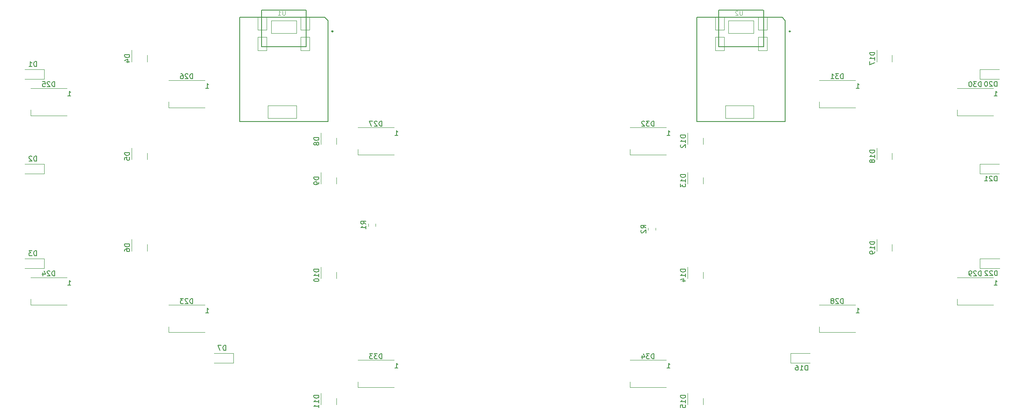
<source format=gbo>
%TF.GenerationSoftware,KiCad,Pcbnew,(5.99.0-13276-g0b59246279)*%
%TF.CreationDate,2021-11-22T01:28:44-07:00*%
%TF.ProjectId,sui,7375692e-6b69-4636-9164-5f7063625858,1*%
%TF.SameCoordinates,Original*%
%TF.FileFunction,Legend,Bot*%
%TF.FilePolarity,Positive*%
%FSLAX46Y46*%
G04 Gerber Fmt 4.6, Leading zero omitted, Abs format (unit mm)*
G04 Created by KiCad (PCBNEW (5.99.0-13276-g0b59246279)) date 2021-11-22 01:28:44*
%MOMM*%
%LPD*%
G01*
G04 APERTURE LIST*
%ADD10C,0.150000*%
%ADD11C,0.101600*%
%ADD12C,0.120000*%
%ADD13C,0.066040*%
%ADD14C,0.127000*%
%ADD15C,0.254000*%
G04 APERTURE END LIST*
D10*
%TO.C,D2*%
X54713095Y-75446130D02*
X54713095Y-74446130D01*
X54475000Y-74446130D01*
X54332142Y-74493750D01*
X54236904Y-74588988D01*
X54189285Y-74684226D01*
X54141666Y-74874702D01*
X54141666Y-75017559D01*
X54189285Y-75208035D01*
X54236904Y-75303273D01*
X54332142Y-75398511D01*
X54475000Y-75446130D01*
X54713095Y-75446130D01*
X53760714Y-74541369D02*
X53713095Y-74493750D01*
X53617857Y-74446130D01*
X53379761Y-74446130D01*
X53284523Y-74493750D01*
X53236904Y-74541369D01*
X53189285Y-74636607D01*
X53189285Y-74731845D01*
X53236904Y-74874702D01*
X53808333Y-75446130D01*
X53189285Y-75446130D01*
%TO.C,D33*%
X124245535Y-115221130D02*
X124245535Y-114221130D01*
X124007440Y-114221130D01*
X123864583Y-114268750D01*
X123769345Y-114363988D01*
X123721726Y-114459226D01*
X123674107Y-114649702D01*
X123674107Y-114792559D01*
X123721726Y-114983035D01*
X123769345Y-115078273D01*
X123864583Y-115173511D01*
X124007440Y-115221130D01*
X124245535Y-115221130D01*
X123340773Y-114221130D02*
X122721726Y-114221130D01*
X123055059Y-114602083D01*
X122912202Y-114602083D01*
X122816964Y-114649702D01*
X122769345Y-114697321D01*
X122721726Y-114792559D01*
X122721726Y-115030654D01*
X122769345Y-115125892D01*
X122816964Y-115173511D01*
X122912202Y-115221130D01*
X123197916Y-115221130D01*
X123293154Y-115173511D01*
X123340773Y-115125892D01*
X122388392Y-114221130D02*
X121769345Y-114221130D01*
X122102678Y-114602083D01*
X121959821Y-114602083D01*
X121864583Y-114649702D01*
X121816964Y-114697321D01*
X121769345Y-114792559D01*
X121769345Y-115030654D01*
X121816964Y-115125892D01*
X121864583Y-115173511D01*
X121959821Y-115221130D01*
X122245535Y-115221130D01*
X122340773Y-115173511D01*
X122388392Y-115125892D01*
X126895535Y-117121130D02*
X127466964Y-117121130D01*
X127181250Y-117121130D02*
X127181250Y-116121130D01*
X127276488Y-116263988D01*
X127371726Y-116359226D01*
X127466964Y-116406845D01*
%TO.C,D27*%
X124245535Y-68389880D02*
X124245535Y-67389880D01*
X124007440Y-67389880D01*
X123864583Y-67437500D01*
X123769345Y-67532738D01*
X123721726Y-67627976D01*
X123674107Y-67818452D01*
X123674107Y-67961309D01*
X123721726Y-68151785D01*
X123769345Y-68247023D01*
X123864583Y-68342261D01*
X124007440Y-68389880D01*
X124245535Y-68389880D01*
X123293154Y-67485119D02*
X123245535Y-67437500D01*
X123150297Y-67389880D01*
X122912202Y-67389880D01*
X122816964Y-67437500D01*
X122769345Y-67485119D01*
X122721726Y-67580357D01*
X122721726Y-67675595D01*
X122769345Y-67818452D01*
X123340773Y-68389880D01*
X122721726Y-68389880D01*
X122388392Y-67389880D02*
X121721726Y-67389880D01*
X122150297Y-68389880D01*
X126895535Y-70289880D02*
X127466964Y-70289880D01*
X127181250Y-70289880D02*
X127181250Y-69289880D01*
X127276488Y-69432738D01*
X127371726Y-69527976D01*
X127466964Y-69575595D01*
%TO.C,D22*%
X248133035Y-98496130D02*
X248133035Y-97496130D01*
X247894940Y-97496130D01*
X247752083Y-97543750D01*
X247656845Y-97638988D01*
X247609226Y-97734226D01*
X247561607Y-97924702D01*
X247561607Y-98067559D01*
X247609226Y-98258035D01*
X247656845Y-98353273D01*
X247752083Y-98448511D01*
X247894940Y-98496130D01*
X248133035Y-98496130D01*
X247180654Y-97591369D02*
X247133035Y-97543750D01*
X247037797Y-97496130D01*
X246799702Y-97496130D01*
X246704464Y-97543750D01*
X246656845Y-97591369D01*
X246609226Y-97686607D01*
X246609226Y-97781845D01*
X246656845Y-97924702D01*
X247228273Y-98496130D01*
X246609226Y-98496130D01*
X246228273Y-97591369D02*
X246180654Y-97543750D01*
X246085416Y-97496130D01*
X245847321Y-97496130D01*
X245752083Y-97543750D01*
X245704464Y-97591369D01*
X245656845Y-97686607D01*
X245656845Y-97781845D01*
X245704464Y-97924702D01*
X246275892Y-98496130D01*
X245656845Y-98496130D01*
%TO.C,D29*%
X244895535Y-98552380D02*
X244895535Y-97552380D01*
X244657440Y-97552380D01*
X244514583Y-97600000D01*
X244419345Y-97695238D01*
X244371726Y-97790476D01*
X244324107Y-97980952D01*
X244324107Y-98123809D01*
X244371726Y-98314285D01*
X244419345Y-98409523D01*
X244514583Y-98504761D01*
X244657440Y-98552380D01*
X244895535Y-98552380D01*
X243943154Y-97647619D02*
X243895535Y-97600000D01*
X243800297Y-97552380D01*
X243562202Y-97552380D01*
X243466964Y-97600000D01*
X243419345Y-97647619D01*
X243371726Y-97742857D01*
X243371726Y-97838095D01*
X243419345Y-97980952D01*
X243990773Y-98552380D01*
X243371726Y-98552380D01*
X242895535Y-98552380D02*
X242705059Y-98552380D01*
X242609821Y-98504761D01*
X242562202Y-98457142D01*
X242466964Y-98314285D01*
X242419345Y-98123809D01*
X242419345Y-97742857D01*
X242466964Y-97647619D01*
X242514583Y-97600000D01*
X242609821Y-97552380D01*
X242800297Y-97552380D01*
X242895535Y-97600000D01*
X242943154Y-97647619D01*
X242990773Y-97742857D01*
X242990773Y-97980952D01*
X242943154Y-98076190D01*
X242895535Y-98123809D01*
X242800297Y-98171428D01*
X242609821Y-98171428D01*
X242514583Y-98123809D01*
X242466964Y-98076190D01*
X242419345Y-97980952D01*
X247545535Y-100452380D02*
X248116964Y-100452380D01*
X247831250Y-100452380D02*
X247831250Y-99452380D01*
X247926488Y-99595238D01*
X248021726Y-99690476D01*
X248116964Y-99738095D01*
%TO.C,D5*%
X73458630Y-73730654D02*
X72458630Y-73730654D01*
X72458630Y-73968750D01*
X72506250Y-74111607D01*
X72601488Y-74206845D01*
X72696726Y-74254464D01*
X72887202Y-74302083D01*
X73030059Y-74302083D01*
X73220535Y-74254464D01*
X73315773Y-74206845D01*
X73411011Y-74111607D01*
X73458630Y-73968750D01*
X73458630Y-73730654D01*
X72458630Y-75206845D02*
X72458630Y-74730654D01*
X72934821Y-74683035D01*
X72887202Y-74730654D01*
X72839583Y-74825892D01*
X72839583Y-75063988D01*
X72887202Y-75159226D01*
X72934821Y-75206845D01*
X73030059Y-75254464D01*
X73268154Y-75254464D01*
X73363392Y-75206845D01*
X73411011Y-75159226D01*
X73458630Y-75063988D01*
X73458630Y-74825892D01*
X73411011Y-74730654D01*
X73363392Y-74683035D01*
D11*
%TO.C,U1*%
X104732243Y-45207226D02*
X104732243Y-45926893D01*
X104689910Y-46011560D01*
X104647576Y-46053893D01*
X104562910Y-46096226D01*
X104393576Y-46096226D01*
X104308910Y-46053893D01*
X104266576Y-46011560D01*
X104224243Y-45926893D01*
X104224243Y-45207226D01*
X103335243Y-46096226D02*
X103843243Y-46096226D01*
X103589243Y-46096226D02*
X103589243Y-45207226D01*
X103673910Y-45334226D01*
X103758576Y-45418893D01*
X103843243Y-45461226D01*
D10*
%TO.C,D30*%
X244895535Y-60452380D02*
X244895535Y-59452380D01*
X244657440Y-59452380D01*
X244514583Y-59500000D01*
X244419345Y-59595238D01*
X244371726Y-59690476D01*
X244324107Y-59880952D01*
X244324107Y-60023809D01*
X244371726Y-60214285D01*
X244419345Y-60309523D01*
X244514583Y-60404761D01*
X244657440Y-60452380D01*
X244895535Y-60452380D01*
X243990773Y-59452380D02*
X243371726Y-59452380D01*
X243705059Y-59833333D01*
X243562202Y-59833333D01*
X243466964Y-59880952D01*
X243419345Y-59928571D01*
X243371726Y-60023809D01*
X243371726Y-60261904D01*
X243419345Y-60357142D01*
X243466964Y-60404761D01*
X243562202Y-60452380D01*
X243847916Y-60452380D01*
X243943154Y-60404761D01*
X243990773Y-60357142D01*
X242752678Y-59452380D02*
X242657440Y-59452380D01*
X242562202Y-59500000D01*
X242514583Y-59547619D01*
X242466964Y-59642857D01*
X242419345Y-59833333D01*
X242419345Y-60071428D01*
X242466964Y-60261904D01*
X242514583Y-60357142D01*
X242562202Y-60404761D01*
X242657440Y-60452380D01*
X242752678Y-60452380D01*
X242847916Y-60404761D01*
X242895535Y-60357142D01*
X242943154Y-60261904D01*
X242990773Y-60071428D01*
X242990773Y-59833333D01*
X242943154Y-59642857D01*
X242895535Y-59547619D01*
X242847916Y-59500000D01*
X242752678Y-59452380D01*
X247545535Y-62352380D02*
X248116964Y-62352380D01*
X247831250Y-62352380D02*
X247831250Y-61352380D01*
X247926488Y-61495238D01*
X248021726Y-61590476D01*
X248116964Y-61638095D01*
%TO.C,D18*%
X223458630Y-73254464D02*
X222458630Y-73254464D01*
X222458630Y-73492559D01*
X222506250Y-73635416D01*
X222601488Y-73730654D01*
X222696726Y-73778273D01*
X222887202Y-73825892D01*
X223030059Y-73825892D01*
X223220535Y-73778273D01*
X223315773Y-73730654D01*
X223411011Y-73635416D01*
X223458630Y-73492559D01*
X223458630Y-73254464D01*
X223458630Y-74778273D02*
X223458630Y-74206845D01*
X223458630Y-74492559D02*
X222458630Y-74492559D01*
X222601488Y-74397321D01*
X222696726Y-74302083D01*
X222744345Y-74206845D01*
X222887202Y-75349702D02*
X222839583Y-75254464D01*
X222791964Y-75206845D01*
X222696726Y-75159226D01*
X222649107Y-75159226D01*
X222553869Y-75206845D01*
X222506250Y-75254464D01*
X222458630Y-75349702D01*
X222458630Y-75540178D01*
X222506250Y-75635416D01*
X222553869Y-75683035D01*
X222649107Y-75730654D01*
X222696726Y-75730654D01*
X222791964Y-75683035D01*
X222839583Y-75635416D01*
X222887202Y-75540178D01*
X222887202Y-75349702D01*
X222934821Y-75254464D01*
X222982440Y-75206845D01*
X223077678Y-75159226D01*
X223268154Y-75159226D01*
X223363392Y-75206845D01*
X223411011Y-75254464D01*
X223458630Y-75349702D01*
X223458630Y-75540178D01*
X223411011Y-75635416D01*
X223363392Y-75683035D01*
X223268154Y-75730654D01*
X223077678Y-75730654D01*
X222982440Y-75683035D01*
X222934821Y-75635416D01*
X222887202Y-75540178D01*
%TO.C,R2*%
X177396130Y-88933333D02*
X176919940Y-88600000D01*
X177396130Y-88361904D02*
X176396130Y-88361904D01*
X176396130Y-88742857D01*
X176443750Y-88838095D01*
X176491369Y-88885714D01*
X176586607Y-88933333D01*
X176729464Y-88933333D01*
X176824702Y-88885714D01*
X176872321Y-88838095D01*
X176919940Y-88742857D01*
X176919940Y-88361904D01*
X176491369Y-89314285D02*
X176443750Y-89361904D01*
X176396130Y-89457142D01*
X176396130Y-89695238D01*
X176443750Y-89790476D01*
X176491369Y-89838095D01*
X176586607Y-89885714D01*
X176681845Y-89885714D01*
X176824702Y-89838095D01*
X177396130Y-89266666D01*
X177396130Y-89885714D01*
%TO.C,D15*%
X185377380Y-122610714D02*
X184377380Y-122610714D01*
X184377380Y-122848809D01*
X184425000Y-122991666D01*
X184520238Y-123086904D01*
X184615476Y-123134523D01*
X184805952Y-123182142D01*
X184948809Y-123182142D01*
X185139285Y-123134523D01*
X185234523Y-123086904D01*
X185329761Y-122991666D01*
X185377380Y-122848809D01*
X185377380Y-122610714D01*
X185377380Y-124134523D02*
X185377380Y-123563095D01*
X185377380Y-123848809D02*
X184377380Y-123848809D01*
X184520238Y-123753571D01*
X184615476Y-123658333D01*
X184663095Y-123563095D01*
X184377380Y-125039285D02*
X184377380Y-124563095D01*
X184853571Y-124515476D01*
X184805952Y-124563095D01*
X184758333Y-124658333D01*
X184758333Y-124896428D01*
X184805952Y-124991666D01*
X184853571Y-125039285D01*
X184948809Y-125086904D01*
X185186904Y-125086904D01*
X185282142Y-125039285D01*
X185329761Y-124991666D01*
X185377380Y-124896428D01*
X185377380Y-124658333D01*
X185329761Y-124563095D01*
X185282142Y-124515476D01*
%TO.C,D12*%
X185377380Y-70223214D02*
X184377380Y-70223214D01*
X184377380Y-70461309D01*
X184425000Y-70604166D01*
X184520238Y-70699404D01*
X184615476Y-70747023D01*
X184805952Y-70794642D01*
X184948809Y-70794642D01*
X185139285Y-70747023D01*
X185234523Y-70699404D01*
X185329761Y-70604166D01*
X185377380Y-70461309D01*
X185377380Y-70223214D01*
X185377380Y-71747023D02*
X185377380Y-71175595D01*
X185377380Y-71461309D02*
X184377380Y-71461309D01*
X184520238Y-71366071D01*
X184615476Y-71270833D01*
X184663095Y-71175595D01*
X184472619Y-72127976D02*
X184425000Y-72175595D01*
X184377380Y-72270833D01*
X184377380Y-72508928D01*
X184425000Y-72604166D01*
X184472619Y-72651785D01*
X184567857Y-72699404D01*
X184663095Y-72699404D01*
X184805952Y-72651785D01*
X185377380Y-72080357D01*
X185377380Y-72699404D01*
%TO.C,D17*%
X223458630Y-53554464D02*
X222458630Y-53554464D01*
X222458630Y-53792559D01*
X222506250Y-53935416D01*
X222601488Y-54030654D01*
X222696726Y-54078273D01*
X222887202Y-54125892D01*
X223030059Y-54125892D01*
X223220535Y-54078273D01*
X223315773Y-54030654D01*
X223411011Y-53935416D01*
X223458630Y-53792559D01*
X223458630Y-53554464D01*
X223458630Y-55078273D02*
X223458630Y-54506845D01*
X223458630Y-54792559D02*
X222458630Y-54792559D01*
X222601488Y-54697321D01*
X222696726Y-54602083D01*
X222744345Y-54506845D01*
X222458630Y-55411607D02*
X222458630Y-56078273D01*
X223458630Y-55649702D01*
%TO.C,D32*%
X179014285Y-68389880D02*
X179014285Y-67389880D01*
X178776190Y-67389880D01*
X178633333Y-67437500D01*
X178538095Y-67532738D01*
X178490476Y-67627976D01*
X178442857Y-67818452D01*
X178442857Y-67961309D01*
X178490476Y-68151785D01*
X178538095Y-68247023D01*
X178633333Y-68342261D01*
X178776190Y-68389880D01*
X179014285Y-68389880D01*
X178109523Y-67389880D02*
X177490476Y-67389880D01*
X177823809Y-67770833D01*
X177680952Y-67770833D01*
X177585714Y-67818452D01*
X177538095Y-67866071D01*
X177490476Y-67961309D01*
X177490476Y-68199404D01*
X177538095Y-68294642D01*
X177585714Y-68342261D01*
X177680952Y-68389880D01*
X177966666Y-68389880D01*
X178061904Y-68342261D01*
X178109523Y-68294642D01*
X177109523Y-67485119D02*
X177061904Y-67437500D01*
X176966666Y-67389880D01*
X176728571Y-67389880D01*
X176633333Y-67437500D01*
X176585714Y-67485119D01*
X176538095Y-67580357D01*
X176538095Y-67675595D01*
X176585714Y-67818452D01*
X177157142Y-68389880D01*
X176538095Y-68389880D01*
X181664285Y-70289880D02*
X182235714Y-70289880D01*
X181950000Y-70289880D02*
X181950000Y-69289880D01*
X182045238Y-69432738D01*
X182140476Y-69527976D01*
X182235714Y-69575595D01*
%TO.C,D25*%
X58364285Y-60452380D02*
X58364285Y-59452380D01*
X58126190Y-59452380D01*
X57983333Y-59500000D01*
X57888095Y-59595238D01*
X57840476Y-59690476D01*
X57792857Y-59880952D01*
X57792857Y-60023809D01*
X57840476Y-60214285D01*
X57888095Y-60309523D01*
X57983333Y-60404761D01*
X58126190Y-60452380D01*
X58364285Y-60452380D01*
X57411904Y-59547619D02*
X57364285Y-59500000D01*
X57269047Y-59452380D01*
X57030952Y-59452380D01*
X56935714Y-59500000D01*
X56888095Y-59547619D01*
X56840476Y-59642857D01*
X56840476Y-59738095D01*
X56888095Y-59880952D01*
X57459523Y-60452380D01*
X56840476Y-60452380D01*
X55935714Y-59452380D02*
X56411904Y-59452380D01*
X56459523Y-59928571D01*
X56411904Y-59880952D01*
X56316666Y-59833333D01*
X56078571Y-59833333D01*
X55983333Y-59880952D01*
X55935714Y-59928571D01*
X55888095Y-60023809D01*
X55888095Y-60261904D01*
X55935714Y-60357142D01*
X55983333Y-60404761D01*
X56078571Y-60452380D01*
X56316666Y-60452380D01*
X56411904Y-60404761D01*
X56459523Y-60357142D01*
X61014285Y-62352380D02*
X61585714Y-62352380D01*
X61300000Y-62352380D02*
X61300000Y-61352380D01*
X61395238Y-61495238D01*
X61490476Y-61590476D01*
X61585714Y-61638095D01*
%TO.C,D1*%
X54713095Y-56396130D02*
X54713095Y-55396130D01*
X54475000Y-55396130D01*
X54332142Y-55443750D01*
X54236904Y-55538988D01*
X54189285Y-55634226D01*
X54141666Y-55824702D01*
X54141666Y-55967559D01*
X54189285Y-56158035D01*
X54236904Y-56253273D01*
X54332142Y-56348511D01*
X54475000Y-56396130D01*
X54713095Y-56396130D01*
X53189285Y-56396130D02*
X53760714Y-56396130D01*
X53475000Y-56396130D02*
X53475000Y-55396130D01*
X53570238Y-55538988D01*
X53665476Y-55634226D01*
X53760714Y-55681845D01*
%TO.C,D16*%
X209970535Y-117546130D02*
X209970535Y-116546130D01*
X209732440Y-116546130D01*
X209589583Y-116593750D01*
X209494345Y-116688988D01*
X209446726Y-116784226D01*
X209399107Y-116974702D01*
X209399107Y-117117559D01*
X209446726Y-117308035D01*
X209494345Y-117403273D01*
X209589583Y-117498511D01*
X209732440Y-117546130D01*
X209970535Y-117546130D01*
X208446726Y-117546130D02*
X209018154Y-117546130D01*
X208732440Y-117546130D02*
X208732440Y-116546130D01*
X208827678Y-116688988D01*
X208922916Y-116784226D01*
X209018154Y-116831845D01*
X207589583Y-116546130D02*
X207780059Y-116546130D01*
X207875297Y-116593750D01*
X207922916Y-116641369D01*
X208018154Y-116784226D01*
X208065773Y-116974702D01*
X208065773Y-117355654D01*
X208018154Y-117450892D01*
X207970535Y-117498511D01*
X207875297Y-117546130D01*
X207684821Y-117546130D01*
X207589583Y-117498511D01*
X207541964Y-117450892D01*
X207494345Y-117355654D01*
X207494345Y-117117559D01*
X207541964Y-117022321D01*
X207589583Y-116974702D01*
X207684821Y-116927083D01*
X207875297Y-116927083D01*
X207970535Y-116974702D01*
X208018154Y-117022321D01*
X208065773Y-117117559D01*
%TO.C,D10*%
X111558630Y-97210714D02*
X110558630Y-97210714D01*
X110558630Y-97448809D01*
X110606250Y-97591666D01*
X110701488Y-97686904D01*
X110796726Y-97734523D01*
X110987202Y-97782142D01*
X111130059Y-97782142D01*
X111320535Y-97734523D01*
X111415773Y-97686904D01*
X111511011Y-97591666D01*
X111558630Y-97448809D01*
X111558630Y-97210714D01*
X111558630Y-98734523D02*
X111558630Y-98163095D01*
X111558630Y-98448809D02*
X110558630Y-98448809D01*
X110701488Y-98353571D01*
X110796726Y-98258333D01*
X110844345Y-98163095D01*
X110558630Y-99353571D02*
X110558630Y-99448809D01*
X110606250Y-99544047D01*
X110653869Y-99591666D01*
X110749107Y-99639285D01*
X110939583Y-99686904D01*
X111177678Y-99686904D01*
X111368154Y-99639285D01*
X111463392Y-99591666D01*
X111511011Y-99544047D01*
X111558630Y-99448809D01*
X111558630Y-99353571D01*
X111511011Y-99258333D01*
X111463392Y-99210714D01*
X111368154Y-99163095D01*
X111177678Y-99115476D01*
X110939583Y-99115476D01*
X110749107Y-99163095D01*
X110653869Y-99210714D01*
X110606250Y-99258333D01*
X110558630Y-99353571D01*
%TO.C,D11*%
X111558630Y-122610714D02*
X110558630Y-122610714D01*
X110558630Y-122848809D01*
X110606250Y-122991666D01*
X110701488Y-123086904D01*
X110796726Y-123134523D01*
X110987202Y-123182142D01*
X111130059Y-123182142D01*
X111320535Y-123134523D01*
X111415773Y-123086904D01*
X111511011Y-122991666D01*
X111558630Y-122848809D01*
X111558630Y-122610714D01*
X111558630Y-124134523D02*
X111558630Y-123563095D01*
X111558630Y-123848809D02*
X110558630Y-123848809D01*
X110701488Y-123753571D01*
X110796726Y-123658333D01*
X110844345Y-123563095D01*
X111558630Y-125086904D02*
X111558630Y-124515476D01*
X111558630Y-124801190D02*
X110558630Y-124801190D01*
X110701488Y-124705952D01*
X110796726Y-124610714D01*
X110844345Y-124515476D01*
D11*
%TO.C,U2*%
X196807243Y-45207226D02*
X196807243Y-45926893D01*
X196764910Y-46011560D01*
X196722576Y-46053893D01*
X196637910Y-46096226D01*
X196468576Y-46096226D01*
X196383910Y-46053893D01*
X196341576Y-46011560D01*
X196299243Y-45926893D01*
X196299243Y-45207226D01*
X195918243Y-45291893D02*
X195875910Y-45249560D01*
X195791243Y-45207226D01*
X195579576Y-45207226D01*
X195494910Y-45249560D01*
X195452576Y-45291893D01*
X195410243Y-45376560D01*
X195410243Y-45461226D01*
X195452576Y-45588226D01*
X195960576Y-46096226D01*
X195410243Y-46096226D01*
D10*
%TO.C,D28*%
X217114285Y-104108630D02*
X217114285Y-103108630D01*
X216876190Y-103108630D01*
X216733333Y-103156250D01*
X216638095Y-103251488D01*
X216590476Y-103346726D01*
X216542857Y-103537202D01*
X216542857Y-103680059D01*
X216590476Y-103870535D01*
X216638095Y-103965773D01*
X216733333Y-104061011D01*
X216876190Y-104108630D01*
X217114285Y-104108630D01*
X216161904Y-103203869D02*
X216114285Y-103156250D01*
X216019047Y-103108630D01*
X215780952Y-103108630D01*
X215685714Y-103156250D01*
X215638095Y-103203869D01*
X215590476Y-103299107D01*
X215590476Y-103394345D01*
X215638095Y-103537202D01*
X216209523Y-104108630D01*
X215590476Y-104108630D01*
X215019047Y-103537202D02*
X215114285Y-103489583D01*
X215161904Y-103441964D01*
X215209523Y-103346726D01*
X215209523Y-103299107D01*
X215161904Y-103203869D01*
X215114285Y-103156250D01*
X215019047Y-103108630D01*
X214828571Y-103108630D01*
X214733333Y-103156250D01*
X214685714Y-103203869D01*
X214638095Y-103299107D01*
X214638095Y-103346726D01*
X214685714Y-103441964D01*
X214733333Y-103489583D01*
X214828571Y-103537202D01*
X215019047Y-103537202D01*
X215114285Y-103584821D01*
X215161904Y-103632440D01*
X215209523Y-103727678D01*
X215209523Y-103918154D01*
X215161904Y-104013392D01*
X215114285Y-104061011D01*
X215019047Y-104108630D01*
X214828571Y-104108630D01*
X214733333Y-104061011D01*
X214685714Y-104013392D01*
X214638095Y-103918154D01*
X214638095Y-103727678D01*
X214685714Y-103632440D01*
X214733333Y-103584821D01*
X214828571Y-103537202D01*
X219764285Y-106008630D02*
X220335714Y-106008630D01*
X220050000Y-106008630D02*
X220050000Y-105008630D01*
X220145238Y-105151488D01*
X220240476Y-105246726D01*
X220335714Y-105294345D01*
%TO.C,D3*%
X54713095Y-94496130D02*
X54713095Y-93496130D01*
X54475000Y-93496130D01*
X54332142Y-93543750D01*
X54236904Y-93638988D01*
X54189285Y-93734226D01*
X54141666Y-93924702D01*
X54141666Y-94067559D01*
X54189285Y-94258035D01*
X54236904Y-94353273D01*
X54332142Y-94448511D01*
X54475000Y-94496130D01*
X54713095Y-94496130D01*
X53808333Y-93496130D02*
X53189285Y-93496130D01*
X53522619Y-93877083D01*
X53379761Y-93877083D01*
X53284523Y-93924702D01*
X53236904Y-93972321D01*
X53189285Y-94067559D01*
X53189285Y-94305654D01*
X53236904Y-94400892D01*
X53284523Y-94448511D01*
X53379761Y-94496130D01*
X53665476Y-94496130D01*
X53760714Y-94448511D01*
X53808333Y-94400892D01*
%TO.C,D19*%
X223458630Y-91654464D02*
X222458630Y-91654464D01*
X222458630Y-91892559D01*
X222506250Y-92035416D01*
X222601488Y-92130654D01*
X222696726Y-92178273D01*
X222887202Y-92225892D01*
X223030059Y-92225892D01*
X223220535Y-92178273D01*
X223315773Y-92130654D01*
X223411011Y-92035416D01*
X223458630Y-91892559D01*
X223458630Y-91654464D01*
X223458630Y-93178273D02*
X223458630Y-92606845D01*
X223458630Y-92892559D02*
X222458630Y-92892559D01*
X222601488Y-92797321D01*
X222696726Y-92702083D01*
X222744345Y-92606845D01*
X223458630Y-93654464D02*
X223458630Y-93844940D01*
X223411011Y-93940178D01*
X223363392Y-93987797D01*
X223220535Y-94083035D01*
X223030059Y-94130654D01*
X222649107Y-94130654D01*
X222553869Y-94083035D01*
X222506250Y-94035416D01*
X222458630Y-93940178D01*
X222458630Y-93749702D01*
X222506250Y-93654464D01*
X222553869Y-93606845D01*
X222649107Y-93559226D01*
X222887202Y-93559226D01*
X222982440Y-93606845D01*
X223030059Y-93654464D01*
X223077678Y-93749702D01*
X223077678Y-93940178D01*
X223030059Y-94035416D01*
X222982440Y-94083035D01*
X222887202Y-94130654D01*
%TO.C,D9*%
X111558630Y-78636904D02*
X110558630Y-78636904D01*
X110558630Y-78875000D01*
X110606250Y-79017857D01*
X110701488Y-79113095D01*
X110796726Y-79160714D01*
X110987202Y-79208333D01*
X111130059Y-79208333D01*
X111320535Y-79160714D01*
X111415773Y-79113095D01*
X111511011Y-79017857D01*
X111558630Y-78875000D01*
X111558630Y-78636904D01*
X111558630Y-79684523D02*
X111558630Y-79875000D01*
X111511011Y-79970238D01*
X111463392Y-80017857D01*
X111320535Y-80113095D01*
X111130059Y-80160714D01*
X110749107Y-80160714D01*
X110653869Y-80113095D01*
X110606250Y-80065476D01*
X110558630Y-79970238D01*
X110558630Y-79779761D01*
X110606250Y-79684523D01*
X110653869Y-79636904D01*
X110749107Y-79589285D01*
X110987202Y-79589285D01*
X111082440Y-79636904D01*
X111130059Y-79684523D01*
X111177678Y-79779761D01*
X111177678Y-79970238D01*
X111130059Y-80065476D01*
X111082440Y-80113095D01*
X110987202Y-80160714D01*
%TO.C,D34*%
X179014285Y-115221130D02*
X179014285Y-114221130D01*
X178776190Y-114221130D01*
X178633333Y-114268750D01*
X178538095Y-114363988D01*
X178490476Y-114459226D01*
X178442857Y-114649702D01*
X178442857Y-114792559D01*
X178490476Y-114983035D01*
X178538095Y-115078273D01*
X178633333Y-115173511D01*
X178776190Y-115221130D01*
X179014285Y-115221130D01*
X178109523Y-114221130D02*
X177490476Y-114221130D01*
X177823809Y-114602083D01*
X177680952Y-114602083D01*
X177585714Y-114649702D01*
X177538095Y-114697321D01*
X177490476Y-114792559D01*
X177490476Y-115030654D01*
X177538095Y-115125892D01*
X177585714Y-115173511D01*
X177680952Y-115221130D01*
X177966666Y-115221130D01*
X178061904Y-115173511D01*
X178109523Y-115125892D01*
X176633333Y-114554464D02*
X176633333Y-115221130D01*
X176871428Y-114173511D02*
X177109523Y-114887797D01*
X176490476Y-114887797D01*
X181664285Y-117121130D02*
X182235714Y-117121130D01*
X181950000Y-117121130D02*
X181950000Y-116121130D01*
X182045238Y-116263988D01*
X182140476Y-116359226D01*
X182235714Y-116406845D01*
%TO.C,D26*%
X86145535Y-58864880D02*
X86145535Y-57864880D01*
X85907440Y-57864880D01*
X85764583Y-57912500D01*
X85669345Y-58007738D01*
X85621726Y-58102976D01*
X85574107Y-58293452D01*
X85574107Y-58436309D01*
X85621726Y-58626785D01*
X85669345Y-58722023D01*
X85764583Y-58817261D01*
X85907440Y-58864880D01*
X86145535Y-58864880D01*
X85193154Y-57960119D02*
X85145535Y-57912500D01*
X85050297Y-57864880D01*
X84812202Y-57864880D01*
X84716964Y-57912500D01*
X84669345Y-57960119D01*
X84621726Y-58055357D01*
X84621726Y-58150595D01*
X84669345Y-58293452D01*
X85240773Y-58864880D01*
X84621726Y-58864880D01*
X83764583Y-57864880D02*
X83955059Y-57864880D01*
X84050297Y-57912500D01*
X84097916Y-57960119D01*
X84193154Y-58102976D01*
X84240773Y-58293452D01*
X84240773Y-58674404D01*
X84193154Y-58769642D01*
X84145535Y-58817261D01*
X84050297Y-58864880D01*
X83859821Y-58864880D01*
X83764583Y-58817261D01*
X83716964Y-58769642D01*
X83669345Y-58674404D01*
X83669345Y-58436309D01*
X83716964Y-58341071D01*
X83764583Y-58293452D01*
X83859821Y-58245833D01*
X84050297Y-58245833D01*
X84145535Y-58293452D01*
X84193154Y-58341071D01*
X84240773Y-58436309D01*
X88795535Y-60764880D02*
X89366964Y-60764880D01*
X89081250Y-60764880D02*
X89081250Y-59764880D01*
X89176488Y-59907738D01*
X89271726Y-60002976D01*
X89366964Y-60050595D01*
%TO.C,D21*%
X248070535Y-79446130D02*
X248070535Y-78446130D01*
X247832440Y-78446130D01*
X247689583Y-78493750D01*
X247594345Y-78588988D01*
X247546726Y-78684226D01*
X247499107Y-78874702D01*
X247499107Y-79017559D01*
X247546726Y-79208035D01*
X247594345Y-79303273D01*
X247689583Y-79398511D01*
X247832440Y-79446130D01*
X248070535Y-79446130D01*
X247118154Y-78541369D02*
X247070535Y-78493750D01*
X246975297Y-78446130D01*
X246737202Y-78446130D01*
X246641964Y-78493750D01*
X246594345Y-78541369D01*
X246546726Y-78636607D01*
X246546726Y-78731845D01*
X246594345Y-78874702D01*
X247165773Y-79446130D01*
X246546726Y-79446130D01*
X245594345Y-79446130D02*
X246165773Y-79446130D01*
X245880059Y-79446130D02*
X245880059Y-78446130D01*
X245975297Y-78588988D01*
X246070535Y-78684226D01*
X246165773Y-78731845D01*
%TO.C,D7*%
X92813095Y-113546130D02*
X92813095Y-112546130D01*
X92575000Y-112546130D01*
X92432142Y-112593750D01*
X92336904Y-112688988D01*
X92289285Y-112784226D01*
X92241666Y-112974702D01*
X92241666Y-113117559D01*
X92289285Y-113308035D01*
X92336904Y-113403273D01*
X92432142Y-113498511D01*
X92575000Y-113546130D01*
X92813095Y-113546130D01*
X91908333Y-112546130D02*
X91241666Y-112546130D01*
X91670238Y-113546130D01*
%TO.C,D4*%
X73458630Y-54030654D02*
X72458630Y-54030654D01*
X72458630Y-54268750D01*
X72506250Y-54411607D01*
X72601488Y-54506845D01*
X72696726Y-54554464D01*
X72887202Y-54602083D01*
X73030059Y-54602083D01*
X73220535Y-54554464D01*
X73315773Y-54506845D01*
X73411011Y-54411607D01*
X73458630Y-54268750D01*
X73458630Y-54030654D01*
X72791964Y-55459226D02*
X73458630Y-55459226D01*
X72411011Y-55221130D02*
X73125297Y-54983035D01*
X73125297Y-55602083D01*
%TO.C,D20*%
X248070535Y-60396130D02*
X248070535Y-59396130D01*
X247832440Y-59396130D01*
X247689583Y-59443750D01*
X247594345Y-59538988D01*
X247546726Y-59634226D01*
X247499107Y-59824702D01*
X247499107Y-59967559D01*
X247546726Y-60158035D01*
X247594345Y-60253273D01*
X247689583Y-60348511D01*
X247832440Y-60396130D01*
X248070535Y-60396130D01*
X247118154Y-59491369D02*
X247070535Y-59443750D01*
X246975297Y-59396130D01*
X246737202Y-59396130D01*
X246641964Y-59443750D01*
X246594345Y-59491369D01*
X246546726Y-59586607D01*
X246546726Y-59681845D01*
X246594345Y-59824702D01*
X247165773Y-60396130D01*
X246546726Y-60396130D01*
X245927678Y-59396130D02*
X245832440Y-59396130D01*
X245737202Y-59443750D01*
X245689583Y-59491369D01*
X245641964Y-59586607D01*
X245594345Y-59777083D01*
X245594345Y-60015178D01*
X245641964Y-60205654D01*
X245689583Y-60300892D01*
X245737202Y-60348511D01*
X245832440Y-60396130D01*
X245927678Y-60396130D01*
X246022916Y-60348511D01*
X246070535Y-60300892D01*
X246118154Y-60205654D01*
X246165773Y-60015178D01*
X246165773Y-59777083D01*
X246118154Y-59586607D01*
X246070535Y-59491369D01*
X246022916Y-59443750D01*
X245927678Y-59396130D01*
%TO.C,D24*%
X58364285Y-98552380D02*
X58364285Y-97552380D01*
X58126190Y-97552380D01*
X57983333Y-97600000D01*
X57888095Y-97695238D01*
X57840476Y-97790476D01*
X57792857Y-97980952D01*
X57792857Y-98123809D01*
X57840476Y-98314285D01*
X57888095Y-98409523D01*
X57983333Y-98504761D01*
X58126190Y-98552380D01*
X58364285Y-98552380D01*
X57411904Y-97647619D02*
X57364285Y-97600000D01*
X57269047Y-97552380D01*
X57030952Y-97552380D01*
X56935714Y-97600000D01*
X56888095Y-97647619D01*
X56840476Y-97742857D01*
X56840476Y-97838095D01*
X56888095Y-97980952D01*
X57459523Y-98552380D01*
X56840476Y-98552380D01*
X55983333Y-97885714D02*
X55983333Y-98552380D01*
X56221428Y-97504761D02*
X56459523Y-98219047D01*
X55840476Y-98219047D01*
X61014285Y-100452380D02*
X61585714Y-100452380D01*
X61300000Y-100452380D02*
X61300000Y-99452380D01*
X61395238Y-99595238D01*
X61490476Y-99690476D01*
X61585714Y-99738095D01*
%TO.C,D13*%
X185377380Y-78160714D02*
X184377380Y-78160714D01*
X184377380Y-78398809D01*
X184425000Y-78541666D01*
X184520238Y-78636904D01*
X184615476Y-78684523D01*
X184805952Y-78732142D01*
X184948809Y-78732142D01*
X185139285Y-78684523D01*
X185234523Y-78636904D01*
X185329761Y-78541666D01*
X185377380Y-78398809D01*
X185377380Y-78160714D01*
X185377380Y-79684523D02*
X185377380Y-79113095D01*
X185377380Y-79398809D02*
X184377380Y-79398809D01*
X184520238Y-79303571D01*
X184615476Y-79208333D01*
X184663095Y-79113095D01*
X184377380Y-80017857D02*
X184377380Y-80636904D01*
X184758333Y-80303571D01*
X184758333Y-80446428D01*
X184805952Y-80541666D01*
X184853571Y-80589285D01*
X184948809Y-80636904D01*
X185186904Y-80636904D01*
X185282142Y-80589285D01*
X185329761Y-80541666D01*
X185377380Y-80446428D01*
X185377380Y-80160714D01*
X185329761Y-80065476D01*
X185282142Y-80017857D01*
%TO.C,D31*%
X217114285Y-58864880D02*
X217114285Y-57864880D01*
X216876190Y-57864880D01*
X216733333Y-57912500D01*
X216638095Y-58007738D01*
X216590476Y-58102976D01*
X216542857Y-58293452D01*
X216542857Y-58436309D01*
X216590476Y-58626785D01*
X216638095Y-58722023D01*
X216733333Y-58817261D01*
X216876190Y-58864880D01*
X217114285Y-58864880D01*
X216209523Y-57864880D02*
X215590476Y-57864880D01*
X215923809Y-58245833D01*
X215780952Y-58245833D01*
X215685714Y-58293452D01*
X215638095Y-58341071D01*
X215590476Y-58436309D01*
X215590476Y-58674404D01*
X215638095Y-58769642D01*
X215685714Y-58817261D01*
X215780952Y-58864880D01*
X216066666Y-58864880D01*
X216161904Y-58817261D01*
X216209523Y-58769642D01*
X214638095Y-58864880D02*
X215209523Y-58864880D01*
X214923809Y-58864880D02*
X214923809Y-57864880D01*
X215019047Y-58007738D01*
X215114285Y-58102976D01*
X215209523Y-58150595D01*
X219764285Y-60764880D02*
X220335714Y-60764880D01*
X220050000Y-60764880D02*
X220050000Y-59764880D01*
X220145238Y-59907738D01*
X220240476Y-60002976D01*
X220335714Y-60050595D01*
%TO.C,D6*%
X73458630Y-92130654D02*
X72458630Y-92130654D01*
X72458630Y-92368750D01*
X72506250Y-92511607D01*
X72601488Y-92606845D01*
X72696726Y-92654464D01*
X72887202Y-92702083D01*
X73030059Y-92702083D01*
X73220535Y-92654464D01*
X73315773Y-92606845D01*
X73411011Y-92511607D01*
X73458630Y-92368750D01*
X73458630Y-92130654D01*
X72458630Y-93559226D02*
X72458630Y-93368750D01*
X72506250Y-93273511D01*
X72553869Y-93225892D01*
X72696726Y-93130654D01*
X72887202Y-93083035D01*
X73268154Y-93083035D01*
X73363392Y-93130654D01*
X73411011Y-93178273D01*
X73458630Y-93273511D01*
X73458630Y-93463988D01*
X73411011Y-93559226D01*
X73363392Y-93606845D01*
X73268154Y-93654464D01*
X73030059Y-93654464D01*
X72934821Y-93606845D01*
X72887202Y-93559226D01*
X72839583Y-93463988D01*
X72839583Y-93273511D01*
X72887202Y-93178273D01*
X72934821Y-93130654D01*
X73030059Y-93083035D01*
%TO.C,D23*%
X86145535Y-104108630D02*
X86145535Y-103108630D01*
X85907440Y-103108630D01*
X85764583Y-103156250D01*
X85669345Y-103251488D01*
X85621726Y-103346726D01*
X85574107Y-103537202D01*
X85574107Y-103680059D01*
X85621726Y-103870535D01*
X85669345Y-103965773D01*
X85764583Y-104061011D01*
X85907440Y-104108630D01*
X86145535Y-104108630D01*
X85193154Y-103203869D02*
X85145535Y-103156250D01*
X85050297Y-103108630D01*
X84812202Y-103108630D01*
X84716964Y-103156250D01*
X84669345Y-103203869D01*
X84621726Y-103299107D01*
X84621726Y-103394345D01*
X84669345Y-103537202D01*
X85240773Y-104108630D01*
X84621726Y-104108630D01*
X84288392Y-103108630D02*
X83669345Y-103108630D01*
X84002678Y-103489583D01*
X83859821Y-103489583D01*
X83764583Y-103537202D01*
X83716964Y-103584821D01*
X83669345Y-103680059D01*
X83669345Y-103918154D01*
X83716964Y-104013392D01*
X83764583Y-104061011D01*
X83859821Y-104108630D01*
X84145535Y-104108630D01*
X84240773Y-104061011D01*
X84288392Y-104013392D01*
X88795535Y-106008630D02*
X89366964Y-106008630D01*
X89081250Y-106008630D02*
X89081250Y-105008630D01*
X89176488Y-105151488D01*
X89271726Y-105246726D01*
X89366964Y-105294345D01*
%TO.C,D14*%
X185377380Y-97210714D02*
X184377380Y-97210714D01*
X184377380Y-97448809D01*
X184425000Y-97591666D01*
X184520238Y-97686904D01*
X184615476Y-97734523D01*
X184805952Y-97782142D01*
X184948809Y-97782142D01*
X185139285Y-97734523D01*
X185234523Y-97686904D01*
X185329761Y-97591666D01*
X185377380Y-97448809D01*
X185377380Y-97210714D01*
X185377380Y-98734523D02*
X185377380Y-98163095D01*
X185377380Y-98448809D02*
X184377380Y-98448809D01*
X184520238Y-98353571D01*
X184615476Y-98258333D01*
X184663095Y-98163095D01*
X184710714Y-99591666D02*
X185377380Y-99591666D01*
X184329761Y-99353571D02*
X185044047Y-99115476D01*
X185044047Y-99734523D01*
%TO.C,R1*%
X121039880Y-88133333D02*
X120563690Y-87800000D01*
X121039880Y-87561904D02*
X120039880Y-87561904D01*
X120039880Y-87942857D01*
X120087500Y-88038095D01*
X120135119Y-88085714D01*
X120230357Y-88133333D01*
X120373214Y-88133333D01*
X120468452Y-88085714D01*
X120516071Y-88038095D01*
X120563690Y-87942857D01*
X120563690Y-87561904D01*
X121039880Y-89085714D02*
X121039880Y-88514285D01*
X121039880Y-88800000D02*
X120039880Y-88800000D01*
X120182738Y-88704761D01*
X120277976Y-88609523D01*
X120325595Y-88514285D01*
%TO.C,D8*%
X111558630Y-70699404D02*
X110558630Y-70699404D01*
X110558630Y-70937500D01*
X110606250Y-71080357D01*
X110701488Y-71175595D01*
X110796726Y-71223214D01*
X110987202Y-71270833D01*
X111130059Y-71270833D01*
X111320535Y-71223214D01*
X111415773Y-71175595D01*
X111511011Y-71080357D01*
X111558630Y-70937500D01*
X111558630Y-70699404D01*
X110987202Y-71842261D02*
X110939583Y-71747023D01*
X110891964Y-71699404D01*
X110796726Y-71651785D01*
X110749107Y-71651785D01*
X110653869Y-71699404D01*
X110606250Y-71747023D01*
X110558630Y-71842261D01*
X110558630Y-72032738D01*
X110606250Y-72127976D01*
X110653869Y-72175595D01*
X110749107Y-72223214D01*
X110796726Y-72223214D01*
X110891964Y-72175595D01*
X110939583Y-72127976D01*
X110987202Y-72032738D01*
X110987202Y-71842261D01*
X111034821Y-71747023D01*
X111082440Y-71699404D01*
X111177678Y-71651785D01*
X111368154Y-71651785D01*
X111463392Y-71699404D01*
X111511011Y-71747023D01*
X111558630Y-71842261D01*
X111558630Y-72032738D01*
X111511011Y-72127976D01*
X111463392Y-72175595D01*
X111368154Y-72223214D01*
X111177678Y-72223214D01*
X111082440Y-72175595D01*
X111034821Y-72127976D01*
X110987202Y-72032738D01*
D12*
%TO.C,D2*%
X56225000Y-75993750D02*
X56225000Y-77993750D01*
X56225000Y-75993750D02*
X52325000Y-75993750D01*
X56225000Y-77993750D02*
X52325000Y-77993750D01*
%TO.C,D33*%
X126681250Y-115518750D02*
X119381250Y-115518750D01*
X126681250Y-121018750D02*
X119381250Y-121018750D01*
X119381250Y-121018750D02*
X119381250Y-119868750D01*
%TO.C,D27*%
X126681250Y-74187500D02*
X119381250Y-74187500D01*
X119381250Y-74187500D02*
X119381250Y-73037500D01*
X126681250Y-68687500D02*
X119381250Y-68687500D01*
%TO.C,D22*%
X244668750Y-97043750D02*
X244668750Y-95043750D01*
X244668750Y-95043750D02*
X248568750Y-95043750D01*
X244668750Y-97043750D02*
X248568750Y-97043750D01*
%TO.C,D29*%
X247331250Y-104350000D02*
X240031250Y-104350000D01*
X247331250Y-98850000D02*
X240031250Y-98850000D01*
X240031250Y-104350000D02*
X240031250Y-103200000D01*
%TO.C,D5*%
X73846250Y-74468750D02*
X73846250Y-72793750D01*
X73846250Y-74468750D02*
X73846250Y-75118750D01*
X76966250Y-74468750D02*
X76966250Y-73818750D01*
X76966250Y-74468750D02*
X76966250Y-75118750D01*
D13*
%TO.C,U1*%
X99292410Y-49059560D02*
X99292410Y-46392560D01*
D14*
X112718850Y-46476380D02*
X113389410Y-47146940D01*
D13*
X101070410Y-53126100D02*
X101070410Y-50456560D01*
X107039410Y-66839560D02*
X107039410Y-64299560D01*
X109706410Y-46392560D02*
X107928410Y-46392560D01*
D14*
X113389410Y-47146940D02*
X113389410Y-67474560D01*
D13*
X107039410Y-49694560D02*
X101959410Y-49694560D01*
D14*
X99995990Y-45051440D02*
X99995990Y-52404740D01*
D13*
X99292410Y-53126100D02*
X99292410Y-50456560D01*
X107928410Y-49059560D02*
X107928410Y-46392560D01*
X107039410Y-47154560D02*
X101959410Y-47154560D01*
X107039410Y-49694560D02*
X107039410Y-47154560D01*
X101070410Y-49059560D02*
X101070410Y-46392560D01*
D14*
X108990130Y-45051440D02*
X99995990Y-45051440D01*
D13*
X101070410Y-46392560D02*
X99292410Y-46392560D01*
X109706410Y-49059560D02*
X109706410Y-46392560D01*
X101324410Y-66839560D02*
X101324410Y-64299560D01*
X109706410Y-50456560D02*
X107928410Y-50456560D01*
X101070410Y-49059560D02*
X99292410Y-49059560D01*
D14*
X95591630Y-46476380D02*
X112718850Y-46476380D01*
D13*
X101959410Y-49694560D02*
X101959410Y-47154560D01*
X101070410Y-53126100D02*
X99292410Y-53126100D01*
X107039410Y-64299560D02*
X101324410Y-64299560D01*
X107039410Y-66839560D02*
X101324410Y-66839560D01*
X109706410Y-53126100D02*
X107928410Y-53126100D01*
X107928410Y-53126100D02*
X107928410Y-50456560D01*
X109706410Y-49059560D02*
X107928410Y-49059560D01*
D14*
X99995990Y-52404740D02*
X108995210Y-52404740D01*
D13*
X101070410Y-50456560D02*
X99292410Y-50456560D01*
D14*
X95591630Y-67474560D02*
X95591630Y-46476380D01*
D13*
X109706410Y-53126100D02*
X109706410Y-50456560D01*
D14*
X108995210Y-52404740D02*
X108995210Y-45051440D01*
X113389410Y-67474560D02*
X95591630Y-67474560D01*
D15*
X114405410Y-49313560D02*
G75*
G03*
X114405410Y-49313560I-127000J0D01*
G01*
D12*
%TO.C,D30*%
X247331250Y-66250000D02*
X240031250Y-66250000D01*
X247331250Y-60750000D02*
X240031250Y-60750000D01*
X240031250Y-66250000D02*
X240031250Y-65100000D01*
%TO.C,D18*%
X226966250Y-74468750D02*
X226966250Y-73818750D01*
X226966250Y-74468750D02*
X226966250Y-75118750D01*
X223846250Y-74468750D02*
X223846250Y-72793750D01*
X223846250Y-74468750D02*
X223846250Y-75118750D01*
%TO.C,R2*%
X179328750Y-88872936D02*
X179328750Y-89327064D01*
X177858750Y-88872936D02*
X177858750Y-89327064D01*
%TO.C,D15*%
X185765000Y-123825000D02*
X185765000Y-122150000D01*
X188885000Y-123825000D02*
X188885000Y-123175000D01*
X188885000Y-123825000D02*
X188885000Y-124475000D01*
X185765000Y-123825000D02*
X185765000Y-124475000D01*
%TO.C,D12*%
X188885000Y-71437500D02*
X188885000Y-70787500D01*
X185765000Y-71437500D02*
X185765000Y-72087500D01*
X188885000Y-71437500D02*
X188885000Y-72087500D01*
X185765000Y-71437500D02*
X185765000Y-69762500D01*
%TO.C,D17*%
X223846250Y-54768750D02*
X223846250Y-55418750D01*
X223846250Y-54768750D02*
X223846250Y-53093750D01*
X226966250Y-54768750D02*
X226966250Y-54118750D01*
X226966250Y-54768750D02*
X226966250Y-55418750D01*
%TO.C,D32*%
X181450000Y-74187500D02*
X174150000Y-74187500D01*
X181450000Y-68687500D02*
X174150000Y-68687500D01*
X174150000Y-74187500D02*
X174150000Y-73037500D01*
%TO.C,D25*%
X60800000Y-66250000D02*
X53500000Y-66250000D01*
X60800000Y-60750000D02*
X53500000Y-60750000D01*
X53500000Y-66250000D02*
X53500000Y-65100000D01*
%TO.C,D1*%
X56225000Y-56943750D02*
X56225000Y-58943750D01*
X56225000Y-58943750D02*
X52325000Y-58943750D01*
X56225000Y-56943750D02*
X52325000Y-56943750D01*
%TO.C,D16*%
X206506250Y-116093750D02*
X210406250Y-116093750D01*
X206506250Y-114093750D02*
X210406250Y-114093750D01*
X206506250Y-116093750D02*
X206506250Y-114093750D01*
%TO.C,D10*%
X115066250Y-98425000D02*
X115066250Y-97775000D01*
X111946250Y-98425000D02*
X111946250Y-99075000D01*
X111946250Y-98425000D02*
X111946250Y-96750000D01*
X115066250Y-98425000D02*
X115066250Y-99075000D01*
%TO.C,D11*%
X111946250Y-123825000D02*
X111946250Y-122150000D01*
X115066250Y-123825000D02*
X115066250Y-124475000D01*
X111946250Y-123825000D02*
X111946250Y-124475000D01*
X115066250Y-123825000D02*
X115066250Y-123175000D01*
D13*
%TO.C,U2*%
X199114410Y-47154560D02*
X194034410Y-47154560D01*
X193145410Y-50456560D02*
X191367410Y-50456560D01*
X193145410Y-53126100D02*
X191367410Y-53126100D01*
X201781410Y-50456560D02*
X200003410Y-50456560D01*
X201781410Y-53126100D02*
X201781410Y-50456560D01*
D14*
X205464410Y-67474560D02*
X187666630Y-67474560D01*
D13*
X201781410Y-46392560D02*
X200003410Y-46392560D01*
X194034410Y-49694560D02*
X194034410Y-47154560D01*
D14*
X192070990Y-52404740D02*
X201070210Y-52404740D01*
D13*
X200003410Y-49059560D02*
X200003410Y-46392560D01*
X201781410Y-49059560D02*
X200003410Y-49059560D01*
X193145410Y-46392560D02*
X191367410Y-46392560D01*
X199114410Y-66839560D02*
X199114410Y-64299560D01*
X193399410Y-66839560D02*
X193399410Y-64299560D01*
X191367410Y-49059560D02*
X191367410Y-46392560D01*
X199114410Y-49694560D02*
X194034410Y-49694560D01*
X200003410Y-53126100D02*
X200003410Y-50456560D01*
X193145410Y-53126100D02*
X193145410Y-50456560D01*
X199114410Y-64299560D02*
X193399410Y-64299560D01*
X201781410Y-49059560D02*
X201781410Y-46392560D01*
X193145410Y-49059560D02*
X191367410Y-49059560D01*
X201781410Y-53126100D02*
X200003410Y-53126100D01*
X199114410Y-49694560D02*
X199114410Y-47154560D01*
X199114410Y-66839560D02*
X193399410Y-66839560D01*
D14*
X187666630Y-46476380D02*
X204793850Y-46476380D01*
D13*
X191367410Y-53126100D02*
X191367410Y-50456560D01*
D14*
X201065130Y-45051440D02*
X192070990Y-45051440D01*
X201070210Y-52404740D02*
X201070210Y-45051440D01*
X204793850Y-46476380D02*
X205464410Y-47146940D01*
X187666630Y-67474560D02*
X187666630Y-46476380D01*
D13*
X193145410Y-49059560D02*
X193145410Y-46392560D01*
D14*
X192070990Y-45051440D02*
X192070990Y-52404740D01*
X205464410Y-47146940D02*
X205464410Y-67474560D01*
D15*
X206480410Y-49313560D02*
G75*
G03*
X206480410Y-49313560I-127000J0D01*
G01*
D12*
%TO.C,D28*%
X219550000Y-109906250D02*
X212250000Y-109906250D01*
X219550000Y-104406250D02*
X212250000Y-104406250D01*
X212250000Y-109906250D02*
X212250000Y-108756250D01*
%TO.C,D3*%
X56225000Y-97043750D02*
X52325000Y-97043750D01*
X56225000Y-95043750D02*
X52325000Y-95043750D01*
X56225000Y-95043750D02*
X56225000Y-97043750D01*
%TO.C,D19*%
X226966250Y-92868750D02*
X226966250Y-92218750D01*
X223846250Y-92868750D02*
X223846250Y-91193750D01*
X223846250Y-92868750D02*
X223846250Y-93518750D01*
X226966250Y-92868750D02*
X226966250Y-93518750D01*
%TO.C,D9*%
X115066250Y-79375000D02*
X115066250Y-80025000D01*
X115066250Y-79375000D02*
X115066250Y-78725000D01*
X111946250Y-79375000D02*
X111946250Y-80025000D01*
X111946250Y-79375000D02*
X111946250Y-77700000D01*
%TO.C,D34*%
X181450000Y-115518750D02*
X174150000Y-115518750D01*
X181450000Y-121018750D02*
X174150000Y-121018750D01*
X174150000Y-121018750D02*
X174150000Y-119868750D01*
%TO.C,D26*%
X88581250Y-59162500D02*
X81281250Y-59162500D01*
X81281250Y-64662500D02*
X81281250Y-63512500D01*
X88581250Y-64662500D02*
X81281250Y-64662500D01*
%TO.C,D21*%
X244606250Y-77993750D02*
X248506250Y-77993750D01*
X244606250Y-75993750D02*
X248506250Y-75993750D01*
X244606250Y-77993750D02*
X244606250Y-75993750D01*
%TO.C,D7*%
X94325000Y-114093750D02*
X94325000Y-116093750D01*
X94325000Y-116093750D02*
X90425000Y-116093750D01*
X94325000Y-114093750D02*
X90425000Y-114093750D01*
%TO.C,D4*%
X76966250Y-54768750D02*
X76966250Y-55418750D01*
X73846250Y-54768750D02*
X73846250Y-53093750D01*
X76966250Y-54768750D02*
X76966250Y-54118750D01*
X73846250Y-54768750D02*
X73846250Y-55418750D01*
%TO.C,D20*%
X244606250Y-58943750D02*
X244606250Y-56943750D01*
X244606250Y-56943750D02*
X248506250Y-56943750D01*
X244606250Y-58943750D02*
X248506250Y-58943750D01*
%TO.C,D24*%
X60800000Y-104350000D02*
X53500000Y-104350000D01*
X60800000Y-98850000D02*
X53500000Y-98850000D01*
X53500000Y-104350000D02*
X53500000Y-103200000D01*
%TO.C,D13*%
X188885000Y-79375000D02*
X188885000Y-78725000D01*
X185765000Y-79375000D02*
X185765000Y-77700000D01*
X185765000Y-79375000D02*
X185765000Y-80025000D01*
X188885000Y-79375000D02*
X188885000Y-80025000D01*
%TO.C,D31*%
X219550000Y-59162500D02*
X212250000Y-59162500D01*
X219550000Y-64662500D02*
X212250000Y-64662500D01*
X212250000Y-64662500D02*
X212250000Y-63512500D01*
%TO.C,D6*%
X73846250Y-92868750D02*
X73846250Y-91193750D01*
X76966250Y-92868750D02*
X76966250Y-92218750D01*
X76966250Y-92868750D02*
X76966250Y-93518750D01*
X73846250Y-92868750D02*
X73846250Y-93518750D01*
%TO.C,D23*%
X81281250Y-109906250D02*
X81281250Y-108756250D01*
X88581250Y-104406250D02*
X81281250Y-104406250D01*
X88581250Y-109906250D02*
X81281250Y-109906250D01*
%TO.C,D14*%
X188885000Y-98425000D02*
X188885000Y-99075000D01*
X185765000Y-98425000D02*
X185765000Y-99075000D01*
X185765000Y-98425000D02*
X185765000Y-96750000D01*
X188885000Y-98425000D02*
X188885000Y-97775000D01*
%TO.C,R1*%
X121502500Y-88072936D02*
X121502500Y-88527064D01*
X122972500Y-88072936D02*
X122972500Y-88527064D01*
%TO.C,D8*%
X115066250Y-71437500D02*
X115066250Y-70787500D01*
X111946250Y-71437500D02*
X111946250Y-72087500D01*
X111946250Y-71437500D02*
X111946250Y-69762500D01*
X115066250Y-71437500D02*
X115066250Y-72087500D01*
%TD*%
M02*

</source>
